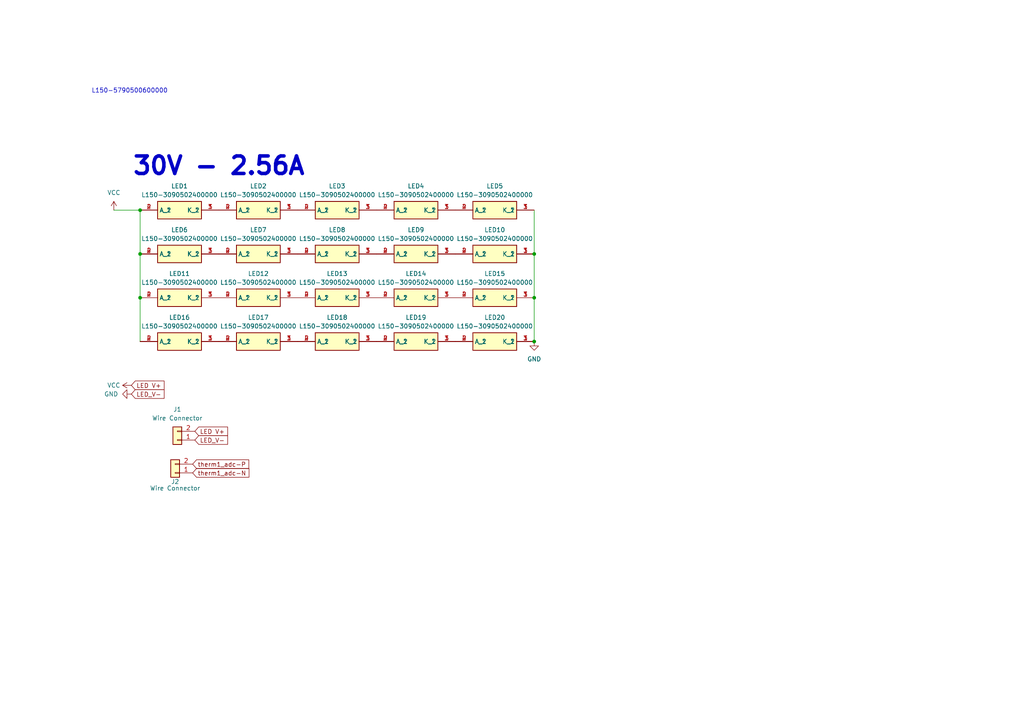
<source format=kicad_sch>
(kicad_sch (version 20231120) (generator "eeschema") (generator_version "8.0")
  (paper "A4")
  (lib_symbols
    (symbol "Connector_Generic:Conn_01x02" (pin_names (offset 1.016) hide)
      (property "Reference" "J" (at 0 2.54 0))
      (property "Value" "Conn_01x02" (at 0 -5.08 0))
      (symbol "Conn_01x02_1_1"
        (rectangle (start -1.27 -2.413) (end 0 -2.667) (stroke (width 0.1524)))
        (rectangle (start -1.27 0.127) (end 0 -0.127) (stroke (width 0.1524)))
        (rectangle (start -1.27 1.27) (end 1.27 -3.81) (stroke (width 0.254)) (fill (type background)))
        (pin passive line (at -5.08 0 0) (length 3.81) (name "Pin_1") (number "1"))
        (pin passive line (at -5.08 -2.54 0) (length 3.81) (name "Pin_2") (number "2"))
      )
    )
    (symbol "GND_1" (power) (pin_numbers hide) (pin_names (offset 0) hide)
      (property "Value" "GND" (at 0 -3.81 0))
      (symbol "GND_1_0_1"
        (polyline (pts (xy 0 0) (xy 0 -1.27) (xy 1.27 -1.27) (xy 0 -2.54) (xy -1.27 -1.27) (xy 0 -1.27)))
      )
      (symbol "GND_1_1_1"
        (pin power_in line (at 0 0 270) (length 0) (name "~") (number "1"))
      )
    )
    (symbol "L150-5790500600000_1"
      (property "Reference" "LED1" (at 11.43 6.985 0))
      (property "Value" "GW VJLPL1.CM-K3LX-XX55-1" (at 11.43 4.445 0))
      (symbol "L150-5790500600000_1_1_1"
        (rectangle (start 5.08 2.54) (end 17.78 -2.54) (stroke (width 0.254)) (fill (type background)))
        (pin passive line (at 22.86 0 180) (length 5.08) (name "K_1") (number "1"))
        (pin passive line (at 0 0 0) (length 5.08) (name "A_1") (number "2"))
        (pin passive line (at 22.86 0 180) (length 5.08) (name "K_2") (number "3"))
        (pin passive line (at 0 0 0) (length 5.08) (name "A_2") (number "4"))
      )
    )
    (symbol "power:GND" (power) (pin_names (offset 0))
      (property "Value" "GND" (at 0 -3.81 0))
      (symbol "GND_0_1"
        (polyline (pts (xy 0 0) (xy 0 -1.27) (xy 1.27 -1.27) (xy 0 -2.54) (xy -1.27 -1.27) (xy 0 -1.27)))
      )
      (symbol "GND_1_1"
        (pin power_in line (at 0 0 270) (length 0) hide (name "GND") (number "1"))
      )
    )
    (symbol "power:VCC" (power) (pin_names (offset 0))
      (property "Value" "VCC" (at 0 3.81 0))
      (symbol "VCC_0_1"
        (polyline (pts (xy -0.762 1.27) (xy 0 2.54)))
        (polyline (pts (xy 0 0) (xy 0 2.54)))
        (polyline (pts (xy 0 2.54) (xy 0.762 1.27)))
      )
      (symbol "VCC_1_1"
        (pin power_in line (at 0 0 90) (length 0) hide (name "VCC") (number "1"))
      )
    )
  )
  (junction (at 154.94 73.66))
  (junction (at 40.64 73.66))
  (junction (at 154.94 99.06))
  (junction (at 154.94 86.36))
  (junction (at 40.64 86.36))
  (junction (at 40.64 60.96))
  (wire (pts (xy 40.64 86.36) (xy 40.64 99.06)))
  (wire (pts (xy 40.64 60.96) (xy 40.64 73.66)))
  (wire (pts (xy 154.94 73.66) (xy 154.94 86.36)))
  (wire (pts (xy 154.94 60.96) (xy 154.94 73.66)))
  (wire (pts (xy 40.64 73.66) (xy 40.64 86.36)))
  (wire (pts (xy 154.94 86.36) (xy 154.94 99.06)))
  (wire (pts (xy 33.02 60.96) (xy 40.64 60.96)))
  (text "\nL150-5790500600000 " (at 38.1 25.4 0) (effects (font (size 1.27 1.27))))
  (text "30V - 2.56A" (at 63.5 48.26 0) (effects (font (size 5.08 5.08) (thickness 1.016) (bold yes))))
  (global_label "LED_V-" (shape input) (at 56.515 127.635 0) (property "Intersheetrefs" "${INTERSHEET_REFS}" (effects (hide yes))))
  (global_label "therm1_adc-P" (shape input) (at 55.88 134.62 0) (property "Intersheetrefs" "${INTERSHEET_REFS}" (effects (hide yes))))
  (global_label "LED V+" (shape input) (at 56.515 125.095 0) (property "Intersheetrefs" "${INTERSHEET_REFS}" (effects (hide yes))))
  (global_label "therm1_adc-N" (shape input) (at 55.88 137.16 0) (property "Intersheetrefs" "${INTERSHEET_REFS}" (effects (hide yes))))
  (global_label "LED_V-" (shape input) (at 38.1 114.3 0) (property "Intersheetrefs" "${INTERSHEET_REFS}" (effects (hide yes))))
  (global_label "LED V+" (shape input) (at 38.1 111.76 0) (property "Intersheetrefs" "${INTERSHEET_REFS}" (effects (hide yes))))
  (symbol (lib_name "L150-5790500600000_1") (lib_id "L150-5790500600000:L150-5790500600000") (at 86.36 73.66 0) (unit 1)
    (property "Reference" "LED8" (at 97.79 66.675 0))
    (property "Value" "L150-3090502400000" (at 97.79 69.215 0))
    (property "Footprint" "L150-57705024000H0" (effects (hide yes)))
    (property "Datasheet" "https://otmm.lumileds.com/adaptivemedia/63c014eb007106ff5f3bb87e628c8993bfbc28d7" (effects (hide yes)))
  )
  (symbol (lib_id "power:GND") (at 38.1 114.3 270) (unit 1)
    (property "Reference" "#PWR010" (effects (hide yes)))
    (property "Value" "GND" (at 34.29 114.3 90) (effects (justify right)))
  )
  (symbol (lib_name "L150-5790500600000_1") (lib_id "L150-5790500600000:L150-5790500600000") (at 63.5 60.96 0) (unit 1)
    (property "Reference" "LED2" (at 74.93 53.975 0))
    (property "Value" "L150-3090502400000" (at 74.93 56.515 0))
    (property "Footprint" "L150-57705024000H0" (effects (hide yes)))
    (property "Datasheet" "https://otmm.lumileds.com/adaptivemedia/63c014eb007106ff5f3bb87e628c8993bfbc28d7" (effects (hide yes)))
  )
  (symbol (lib_id "Connector_Generic:Conn_01x02") (at 50.8 137.16 180) (unit 1)
    (property "Reference" "J2" (at 50.8 139.7 0))
    (property "Value" "Wire Connector" (at 50.8 141.605 0))
    (property "Footprint" "Connector_Wire:SolderWire-0.5sqmm_1x02_P4.8mm_D0.9mm_OD2.3mm" (effects (hide yes)))
    (property "Description" "Generic connector, single row, 01x02, script generated (kicad-library-utils/schlib/autogen/connector/)" (effects (hide yes)))
  )
  (symbol (lib_name "GND_1") (lib_id "power:GND") (at 154.94 99.06 0) (unit 1)
    (property "Reference" "#PWR02" (effects (hide yes)))
    (property "Value" "GND" (at 154.94 104.14 0))
    (property "Description" "Power symbol creates a global label with name \"GND\" , ground" (effects (hide yes)))
  )
  (symbol (lib_name "L150-5790500600000_1") (lib_id "L150-5790500600000:L150-5790500600000") (at 63.5 73.66 0) (unit 1)
    (property "Reference" "LED7" (at 74.93 66.675 0))
    (property "Value" "L150-3090502400000" (at 74.93 69.215 0))
    (property "Footprint" "L150-57705024000H0" (effects (hide yes)))
    (property "Datasheet" "https://otmm.lumileds.com/adaptivemedia/63c014eb007106ff5f3bb87e628c8993bfbc28d7" (effects (hide yes)))
  )
  (symbol (lib_id "power:VCC") (at 33.02 60.96 0) (unit 1)
    (property "Reference" "#PWR01" (effects (hide yes)))
    (property "Value" "VCC" (at 33.02 55.88 0))
  )
  (symbol (lib_name "L150-5790500600000_1") (lib_id "L150-5790500600000:L150-5790500600000") (at 132.08 86.36 0) (unit 1)
    (property "Reference" "LED15" (at 143.51 79.375 0))
    (property "Value" "L150-3090502400000" (at 143.51 81.915 0))
    (property "Footprint" "L150-57705024000H0" (effects (hide yes)))
    (property "Datasheet" "https://otmm.lumileds.com/adaptivemedia/63c014eb007106ff5f3bb87e628c8993bfbc28d7" (effects (hide yes)))
  )
  (symbol (lib_name "L150-5790500600000_1") (lib_id "L150-5790500600000:L150-5790500600000") (at 86.36 60.96 0) (unit 1)
    (property "Reference" "LED3" (at 97.79 53.975 0))
    (property "Value" "L150-3090502400000" (at 97.79 56.515 0))
    (property "Footprint" "L150-57705024000H0" (effects (hide yes)))
    (property "Datasheet" "https://otmm.lumileds.com/adaptivemedia/63c014eb007106ff5f3bb87e628c8993bfbc28d7" (effects (hide yes)))
  )
  (symbol (lib_name "L150-5790500600000_1") (lib_id "L150-5790500600000:L150-5790500600000") (at 40.64 73.66 0) (unit 1)
    (property "Reference" "LED6" (at 52.07 66.675 0))
    (property "Value" "L150-3090502400000" (at 52.07 69.215 0))
    (property "Footprint" "L150-57705024000H0" (effects (hide yes)))
    (property "Datasheet" "https://otmm.lumileds.com/adaptivemedia/63c014eb007106ff5f3bb87e628c8993bfbc28d7" (effects (hide yes)))
  )
  (symbol (lib_name "L150-5790500600000_1") (lib_id "L150-5790500600000:L150-5790500600000") (at 109.22 60.96 0) (unit 1)
    (property "Reference" "LED4" (at 120.65 53.975 0))
    (property "Value" "L150-3090502400000" (at 120.65 56.515 0))
    (property "Footprint" "L150-57705024000H0" (effects (hide yes)))
    (property "Datasheet" "https://otmm.lumileds.com/adaptivemedia/63c014eb007106ff5f3bb87e628c8993bfbc28d7" (effects (hide yes)))
  )
  (symbol (lib_id "power:VCC") (at 38.1 111.76 90) (unit 1)
    (property "Reference" "#PWR05" (effects (hide yes)))
    (property "Value" "VCC" (at 34.925 111.76 90) (effects (justify left)))
  )
  (symbol (lib_name "L150-5790500600000_1") (lib_id "L150-5790500600000:L150-5790500600000") (at 63.5 99.06 0) (unit 1)
    (property "Reference" "LED17" (at 74.93 92.075 0))
    (property "Value" "L150-3090502400000" (at 74.93 94.615 0))
    (property "Footprint" "L150-57705024000H0" (effects (hide yes)))
    (property "Datasheet" "https://otmm.lumileds.com/adaptivemedia/63c014eb007106ff5f3bb87e628c8993bfbc28d7" (effects (hide yes)))
  )
  (symbol (lib_name "L150-5790500600000_1") (lib_id "L150-5790500600000:L150-5790500600000") (at 132.08 99.06 0) (unit 1)
    (property "Reference" "LED20" (at 143.51 92.075 0))
    (property "Value" "L150-3090502400000" (at 143.51 94.615 0))
    (property "Footprint" "L150-57705024000H0" (effects (hide yes)))
    (property "Datasheet" "https://otmm.lumileds.com/adaptivemedia/63c014eb007106ff5f3bb87e628c8993bfbc28d7" (effects (hide yes)))
  )
  (symbol (lib_name "L150-5790500600000_1") (lib_id "L150-5790500600000:L150-5790500600000") (at 109.22 86.36 0) (unit 1)
    (property "Reference" "LED14" (at 120.65 79.375 0))
    (property "Value" "L150-3090502400000" (at 120.65 81.915 0))
    (property "Footprint" "L150-57705024000H0" (effects (hide yes)))
    (property "Datasheet" "https://otmm.lumileds.com/adaptivemedia/63c014eb007106ff5f3bb87e628c8993bfbc28d7" (effects (hide yes)))
  )
  (symbol (lib_id "Connector_Generic:Conn_01x02") (at 51.435 127.635 180) (unit 1)
    (property "Reference" "J1" (at 51.435 118.745 0))
    (property "Value" "Wire Connector" (at 51.435 121.285 0))
    (property "Footprint" "Connector_Wire:SolderWire-0.5sqmm_1x02_P4.8mm_D0.9mm_OD2.3mm" (effects (hide yes)))
    (property "Description" "Generic connector, single row, 01x02, script generated (kicad-library-utils/schlib/autogen/connector/)" (effects (hide yes)))
  )
  (symbol (lib_name "L150-5790500600000_1") (lib_id "L150-5790500600000:L150-5790500600000") (at 132.08 73.66 0) (unit 1)
    (property "Reference" "LED10" (at 143.51 66.675 0))
    (property "Value" "L150-3090502400000" (at 143.51 69.215 0))
    (property "Footprint" "L150-57705024000H0" (effects (hide yes)))
    (property "Datasheet" "https://otmm.lumileds.com/adaptivemedia/63c014eb007106ff5f3bb87e628c8993bfbc28d7" (effects (hide yes)))
  )
  (symbol (lib_name "L150-5790500600000_1") (lib_id "L150-5790500600000:L150-5790500600000") (at 86.36 99.06 0) (unit 1)
    (property "Reference" "LED18" (at 97.79 92.075 0))
    (property "Value" "L150-3090502400000" (at 97.79 94.615 0))
    (property "Footprint" "L150-57705024000H0" (effects (hide yes)))
    (property "Datasheet" "https://otmm.lumileds.com/adaptivemedia/63c014eb007106ff5f3bb87e628c8993bfbc28d7" (effects (hide yes)))
  )
  (symbol (lib_name "L150-5790500600000_1") (lib_id "L150-5790500600000:L150-5790500600000") (at 40.64 99.06 0) (unit 1)
    (property "Reference" "LED16" (at 52.07 92.075 0))
    (property "Value" "L150-3090502400000" (at 52.07 94.615 0))
    (property "Footprint" "L150-57705024000H0" (effects (hide yes)))
    (property "Datasheet" "https://otmm.lumileds.com/adaptivemedia/63c014eb007106ff5f3bb87e628c8993bfbc28d7" (effects (hide yes)))
  )
  (symbol (lib_name "L150-5790500600000_1") (lib_id "L150-5790500600000:L150-5790500600000") (at 40.64 60.96 0) (unit 1)
    (property "Reference" "LED1" (at 52.07 53.975 0))
    (property "Value" "L150-3090502400000" (at 52.07 56.515 0))
    (property "Footprint" "L150-57705024000H0" (effects (hide yes)))
    (property "Datasheet" "https://otmm.lumileds.com/adaptivemedia/63c014eb007106ff5f3bb87e628c8993bfbc28d7" (effects (hide yes)))
  )
  (symbol (lib_name "L150-5790500600000_1") (lib_id "L150-5790500600000:L150-5790500600000") (at 132.08 60.96 0) (unit 1)
    (property "Reference" "LED5" (at 143.51 53.975 0))
    (property "Value" "L150-3090502400000" (at 143.51 56.515 0))
    (property "Footprint" "L150-57705024000H0" (effects (hide yes)))
    (property "Datasheet" "https://otmm.lumileds.com/adaptivemedia/63c014eb007106ff5f3bb87e628c8993bfbc28d7" (effects (hide yes)))
  )
  (symbol (lib_name "L150-5790500600000_1") (lib_id "L150-5790500600000:L150-5790500600000") (at 40.64 86.36 0) (unit 1)
    (property "Reference" "LED11" (at 52.07 79.375 0))
    (property "Value" "L150-3090502400000" (at 52.07 81.915 0))
    (property "Footprint" "L150-57705024000H0" (effects (hide yes)))
    (property "Datasheet" "https://otmm.lumileds.com/adaptivemedia/63c014eb007106ff5f3bb87e628c8993bfbc28d7" (effects (hide yes)))
  )
  (symbol (lib_name "L150-5790500600000_1") (lib_id "L150-5790500600000:L150-5790500600000") (at 63.5 86.36 0) (unit 1)
    (property "Reference" "LED12" (at 74.93 79.375 0))
    (property "Value" "L150-3090502400000" (at 74.93 81.915 0))
    (property "Footprint" "L150-57705024000H0" (effects (hide yes)))
    (property "Datasheet" "https://otmm.lumileds.com/adaptivemedia/63c014eb007106ff5f3bb87e628c8993bfbc28d7" (effects (hide yes)))
  )
  (symbol (lib_name "L150-5790500600000_1") (lib_id "L150-5790500600000:L150-5790500600000") (at 109.22 73.66 0) (unit 1)
    (property "Reference" "LED9" (at 120.65 66.675 0))
    (property "Value" "L150-3090502400000" (at 120.65 69.215 0))
    (property "Footprint" "L150-57705024000H0" (effects (hide yes)))
    (property "Datasheet" "https://otmm.lumileds.com/adaptivemedia/63c014eb007106ff5f3bb87e628c8993bfbc28d7" (effects (hide yes)))
  )
  (symbol (lib_name "L150-5790500600000_1") (lib_id "L150-5790500600000:L150-5790500600000") (at 109.22 99.06 0) (unit 1)
    (property "Reference" "LED19" (at 120.65 92.075 0))
    (property "Value" "L150-3090502400000" (at 120.65 94.615 0))
    (property "Footprint" "L150-57705024000H0" (effects (hide yes)))
    (property "Datasheet" "https://otmm.lumileds.com/adaptivemedia/63c014eb007106ff5f3bb87e628c8993bfbc28d7" (effects (hide yes)))
  )
  (symbol (lib_name "L150-5790500600000_1") (lib_id "L150-5790500600000:L150-5790500600000") (at 86.36 86.36 0) (unit 1)
    (property "Reference" "LED13" (at 97.79 79.375 0))
    (property "Value" "L150-3090502400000" (at 97.79 81.915 0))
    (property "Footprint" "L150-57705024000H0" (effects (hide yes)))
    (property "Datasheet" "https://otmm.lumileds.com/adaptivemedia/63c014eb007106ff5f3bb87e628c8993bfbc28d7" (effects (hide yes)))
  )
)
</source>
